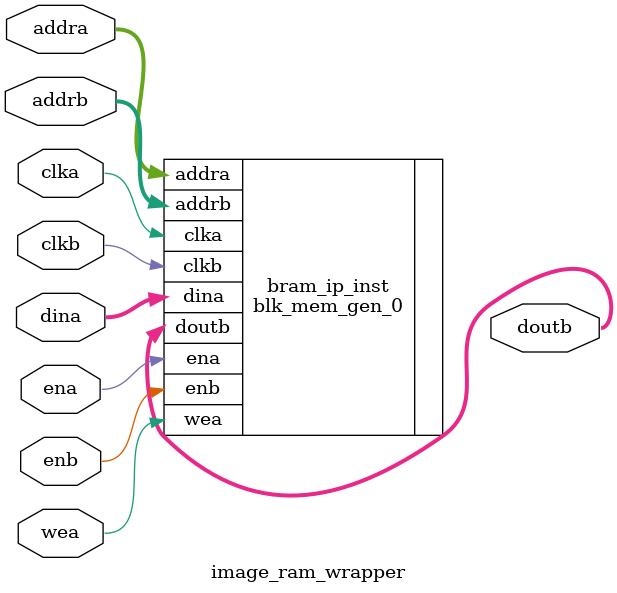
<source format=v>
`timescale 1ns / 1ps


module image_ram_wrapper #(
    parameter DATA_WIDTH = 8,
    parameter ADDR_WIDTH = 11,
    // 不同模式下的特定特徵圖尺寸
    parameter FEATURE_MAP1_SIZE   = 32,
    parameter FEATURE_MAP2_SIZE   = 28,
    parameter FEATURE_MAP3_SIZE   = 14,
    parameter FEATURE_MAP4_SIZE   = 10,
    parameter FEATURE_MAP5_SIZE   = 5,
    parameter WAVEFRONT_DELAY = 4
)(
    // Port A (Read/Write Port)
    input wire                           clka,
    input wire                           ena,
    input wire                           wea, // wea[0:0] 實際上是 1-bit
    input wire      [ADDR_WIDTH-1:0]     addra,
    input wire      [DATA_WIDTH-1:0]     dina,

    // Port B (Read-Only Port)
    input wire                           clkb,
    input wire                           enb,
    input wire      [ADDR_WIDTH-1:0]     addrb,
    output wire     [DATA_WIDTH-1:0]     doutb
);

    // 在這裡例化 (instantiate) 您在 Vivado 中產生的 BRAM IP 核
    // *** 請將 "blk_mem_gen_0" 替換成您自己的 IP 實例名稱 ***
    blk_mem_gen_0 bram_ip_inst (
        .clka(clka),
        .ena(ena),
        .wea(wea), // IP 的 wea 是 1-bit vector, Verilog 會自動轉換
        .addra(addra),
        .dina(dina),
        
        .clkb(clkb),
        .enb(enb),
        .addrb(addrb),
        .doutb(doutb)
    );

endmodule

</source>
